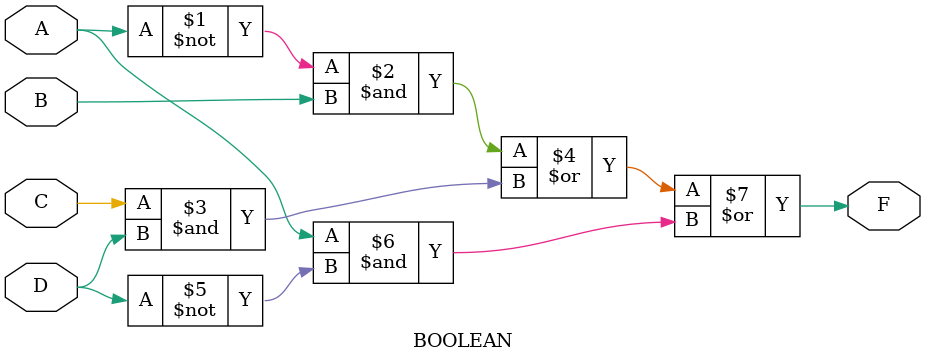
<source format=v>
 
module BOOLEAN (
    input  wire A,
    input  wire B,
    input  wire C,
    input  wire D,
    output wire F
);

assign F = (~A & B) | (C & D) | (A & ~D);

endmodule

</source>
